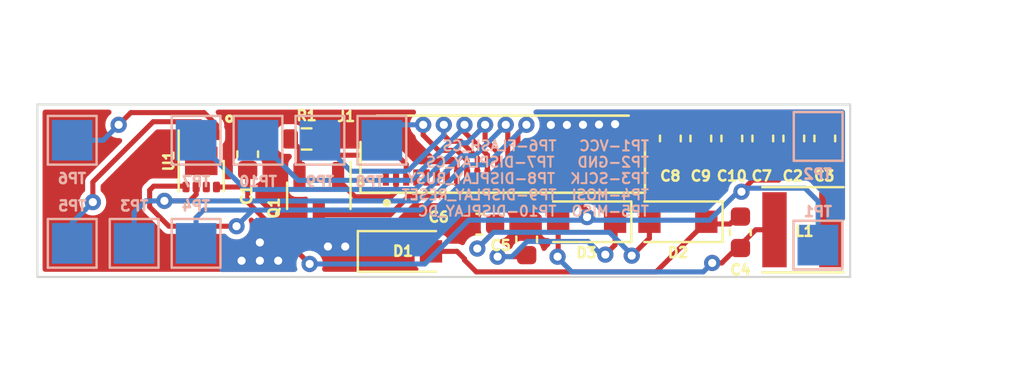
<source format=kicad_pcb>
(kicad_pcb (version 20211014) (generator pcbnew)
  (title_block (title "Inscryption Card PCB") (date "2022-01-17") (rev "1.0"))
  (layers (0 "F.Cu" signal) (31 "B.Cu" signal) (34 "B.Paste" user) (35 "F.Paste" user) (36 "B.SilkS" user "B.Silkscreen") (37 "F.SilkS" user "F.Silkscreen") (38 "B.Mask" user) (39 "F.Mask" user) (44 "Edge.Cuts" user))
  (net 0 "")
  (net 1 "VCC")
  (net 2 "GND")
  (net 3 "SCK")
  (net 4 "MOSI")
  (net 5 "MISO")
  (net 6 "Flash_CS")
  (net 7 "Display_CS")
  (net 8 "Disp_Busy")
  (net 9 "Disp_Reset")
  (net 10 "Disp_DC")
  (net 11 "Net-(J1-Pad3)")
  (net 12 "Net-(D3-Pad2)")
  (net 13 "Net-(J1-Pad2)")
  (net 16 "Net-(C4-Pad2)")
  (net 17 "Net-(C6-Pad1)")
  (net 18 "VGH")
  (net 24 "Net-(C8-Pad2)")
  (net 26 "Net-(C9-Pad2)")
  (net 27 "Net-(C10-Pad2)")
  (net 28 "Net-(C7-Pad1)")
  (footprint "Capacitor_SMD:C_0603_1608Metric" (layer "F.Cu") (at 140.1 94.800001 180)
    (fp_text reference "C6" (at 2 0.35 180) (layer "F.SilkS") (effects (font (size 0.5 0.5) (thickness 0.125))))
    (fp_text value "1uF/25V")
    (fp_line (start -0.14058 0.51) (end 0.14058 0.51) (layer "F.SilkS") (width 0.12))
    (fp_line (start -0.14058 -0.51) (end 0.14058 -0.51) (layer "F.SilkS") (width 0.12))
    (pad "1" smd roundrect locked (at -0.775 0 180) (size 0.9 0.95) (layers "F.Cu" "F.Paste" "F.Mask") (net 17 "Net-(C6-Pad1)"))
    (pad "2" smd roundrect locked (at 0.775 0 180) (size 0.9 0.95) (layers "F.Cu" "F.Paste" "F.Mask") (net 2 "GND"))
  )
  (footprint "Package_SON:SON-8-1EP_3x2mm_P0.5mm_EP1.4x1.6mm" (layer "F.Cu") (at 126.414 91.680001 -90)
    (fp_text reference "U1" (at 0 1.6 90) (layer "F.SilkS") (effects (font (size 0.5 0.5) (thickness 0.125))))
    (fp_text value "MX25U8035FZUI")
    (fp_line (start 0 -1.11) (end 1.5 -1.11) (layer "F.SilkS") (width 0.12))
    (fp_line (start -1.5 1.11) (end 1.5 1.11) (layer "F.SilkS") (width 0.12))
    (pad "1" smd roundrect locked (at -1.2875 -0.75 270) (size 0.525 0.35) (layers "F.Cu" "F.Paste" "F.Mask") (net 6 "Flash_CS"))
    (pad "2" smd roundrect locked (at -1.2875 -0.25 270) (size 0.525 0.35) (layers "F.Cu" "F.Paste" "F.Mask") (net 5 "MISO"))
    (pad "3" smd roundrect locked (at -1.2875 0.25 270) (size 0.525 0.35) (layers "F.Cu" "F.Paste" "F.Mask"))
    (pad "4" smd roundrect locked (at -1.2875 0.75 270) (size 0.525 0.35) (layers "F.Cu" "F.Paste" "F.Mask") (net 2 "GND"))
    (pad "5" smd roundrect locked (at 1.2875 0.75 270) (size 0.525 0.35) (layers "F.Cu" "F.Paste" "F.Mask") (net 4 "MOSI"))
    (pad "6" smd roundrect locked (at 1.2875 0.25 270) (size 0.525 0.35) (layers "F.Cu" "F.Paste" "F.Mask") (net 3 "SCK"))
    (pad "7" smd roundrect locked (at 1.2875 -0.25 270) (size 0.525 0.35) (layers "F.Cu" "F.Paste" "F.Mask"))
    (pad "8" smd roundrect locked (at 1.2875 -0.75 270) (size 0.525 0.35) (layers "F.Cu" "F.Paste" "F.Mask") (net 1 "VCC"))
    (pad "9" smd rect locked (at 0 0 270) (size 1.4 1.6) (layers "F.Cu" "F.Mask"))
  )
  (footprint "Capacitor_SMD:C_0603_1608Metric" (layer "F.Cu") (at 157.1 90.575001 90)
    (fp_text reference "C3" (at -1.85 -0.025 180) (layer "F.SilkS") (effects (font (size 0.5 0.5) (thickness 0.125))))
    (fp_text value "1uF/25V")
    (fp_line (start -0.14058 0.51) (end 0.14058 0.51) (layer "F.SilkS") (width 0.12))
    (fp_line (start -0.14058 -0.51) (end 0.14058 -0.51) (layer "F.SilkS") (width 0.12))
    (pad "1" smd roundrect locked (at -0.775 0 90) (size 0.9 0.95) (layers "F.Cu" "F.Paste" "F.Mask") (net 1 "VCC"))
    (pad "2" smd roundrect locked (at 0.775 0 90) (size 0.9 0.95) (layers "F.Cu" "F.Paste" "F.Mask") (net 2 "GND"))
  )
  (footprint "Capacitor_SMD:C_0603_1608Metric" (layer "F.Cu") (at 155.575 90.575001 -90)
    (fp_text reference "C2" (at 1.85 0.05 180) (layer "F.SilkS") (effects (font (size 0.5 0.5) (thickness 0.125))))
    (fp_text value "0.1uF/25V")
    (fp_line (start -0.14058 -0.51) (end 0.14058 -0.51) (layer "F.SilkS") (width 0.12))
    (fp_line (start -0.14058 0.51) (end 0.14058 0.51) (layer "F.SilkS") (width 0.12))
    (pad "1" smd roundrect locked (at -0.775 0 270) (size 0.9 0.95) (layers "F.Cu" "F.Paste" "F.Mask") (net 2 "GND"))
    (pad "2" smd roundrect locked (at 0.775 0 270) (size 0.9 0.95) (layers "F.Cu" "F.Paste" "F.Mask") (net 1 "VCC"))
  )
  (footprint "Capacitor_SMD:C_0603_1608Metric" (layer "F.Cu") (at 142.43 95.55 90)
    (fp_text reference "C5" (at -0.3 -1.28 180) (layer "F.SilkS") (effects (font (size 0.5 0.5) (thickness 0.125))))
    (fp_text value "1uF/25V")
    (fp_line (start -0.14058 -0.51) (end 0.14058 -0.51) (layer "F.SilkS") (width 0.12))
    (fp_line (start -0.14058 0.51) (end 0.14058 0.51) (layer "F.SilkS") (width 0.12))
    (pad "1" smd roundrect locked (at -0.775 0 90) (size 0.9 0.95) (layers "F.Cu" "F.Paste" "F.Mask") (net 18 "VGH"))
    (pad "2" smd roundrect locked (at 0.775 0 90) (size 0.9 0.95) (layers "F.Cu" "F.Paste" "F.Mask") (net 2 "GND"))
  )
  (footprint "Diode_SMD:D_SOD-123F" (layer "F.Cu") (at 145.38 94.680001 180)
    (fp_text reference "D3" (at 0.01 -1.53) (layer "F.SilkS") (effects (font (size 0.5 0.5) (thickness 0.125))))
    (fp_text value "D_Schottky")
    (fp_line (start -2.2 1) (end 1.65 1) (layer "F.SilkS") (width 0.12))
    (fp_line (start -2.2 -1) (end -2.2 1) (layer "F.SilkS") (width 0.12))
    (fp_line (start -2.2 -1) (end 1.65 -1) (layer "F.SilkS") (width 0.12))
    (pad "1" smd rect locked (at -1.4 0 180) (size 1.1 1.1) (layers "F.Cu" "F.Paste" "F.Mask") (net 18 "VGH"))
    (pad "2" smd rect locked (at 1.4 0 180) (size 1.1 1.1) (layers "F.Cu" "F.Paste" "F.Mask") (net 12 "Net-(D3-Pad2)"))
  )
  (footprint "Capacitor_SMD:C_0603_1608Metric" (layer "F.Cu") (at 152.525 90.575001 -90)
    (fp_text reference "C10" (at 1.85 0 180) (layer "F.SilkS") (effects (font (size 0.5 0.5) (thickness 0.125))))
    (fp_text value "1uF/25V")
    (fp_line (start -0.14058 -0.51) (end 0.14058 -0.51) (layer "F.SilkS") (width 0.12))
    (fp_line (start -0.14058 0.51) (end 0.14058 0.51) (layer "F.SilkS") (width 0.12))
    (pad "1" smd roundrect locked (at -0.775 0 270) (size 0.9 0.95) (layers "F.Cu" "F.Paste" "F.Mask") (net 2 "GND"))
    (pad "2" smd roundrect locked (at 0.775 0 270) (size 0.9 0.95) (layers "F.Cu" "F.Paste" "F.Mask") (net 27 "Net-(C10-Pad2)"))
  )
  (footprint "Capacitor_SMD:C_0603_1608Metric" (layer "F.Cu") (at 151 90.575001 -90)
    (fp_text reference "C9" (at 1.85 0 180) (layer "F.SilkS") (effects (font (size 0.5 0.5) (thickness 0.125))))
    (fp_text value "1uF/25V")
    (fp_line (start -0.14058 -0.51) (end 0.14058 -0.51) (layer "F.SilkS") (width 0.12))
    (fp_line (start -0.14058 0.51) (end 0.14058 0.51) (layer "F.SilkS") (width 0.12))
    (pad "1" smd roundrect locked (at -0.775 0 270) (size 0.9 0.95) (layers "F.Cu" "F.Paste" "F.Mask") (net 2 "GND"))
    (pad "2" smd roundrect locked (at 0.775 0 270) (size 0.9 0.95) (layers "F.Cu" "F.Paste" "F.Mask") (net 26 "Net-(C9-Pad2)"))
  )
  (footprint "Created_Parts:FH34SRJ_24S" (layer "F.Cu") (at 141.25 91.350001 180)
    (fp_text reference "J1" (at 7.7 1.86) (layer "F.SilkS") (effects (font (size 0.5 0.5) (thickness 0.125))))
    (fp_text value "FH34SRJ-24S-0.5SH(99)")
    (fp_line (start -7 -1.9) (end 7 -1.9) (layer "F.SilkS") (width 0.127))
    (fp_line (start 7 -1.9) (end 7 0.6) (layer "F.SilkS") (width 0.127))
    (fp_line (start -7 0.6) (end -7 -1.9) (layer "F.SilkS") (width 0.127))
    (fp_line (start -6.2 1.9) (end 6.2 1.9) (layer "F.SilkS") (width 0.127))
    (fp_circle (center 5.7 -2.4) (end 5.8 -2.4) (layer "F.SilkS") (width 0.2) (fill none))
    (pad "1" smd rect (at 5.75 -1.15 180) (size 0.3 0.8) (layers "F.Cu" "F.Mask"))
    (pad "2" smd rect (at 5.25 -1.15 180) (size 0.3 0.8) (layers "F.Cu" "F.Mask") (net 13 "Net-(J1-Pad2)"))
    (pad "3" smd rect (at 4.75 -1.15 180) (size 0.3 0.8) (layers "F.Cu" "F.Mask") (net 11 "Net-(J1-Pad3)"))
    (pad "4" smd rect (at 4.25 -1.15 180) (size 0.3 0.8) (layers "F.Cu" "F.Mask"))
    (pad "5" smd rect (at 3.75 -1.15 180) (size 0.3 0.8) (layers "F.Cu" "F.Mask"))
    (pad "6" smd rect (at 3.25 -1.15 180) (size 0.3 0.8) (layers "F.Cu" "F.Mask"))
    (pad "7" smd rect (at 2.75 -1.15 180) (size 0.3 0.8) (layers "F.Cu" "F.Mask"))
    (pad "8" smd rect (at 2.25 -1.15 180) (size 0.3 0.8) (layers "F.Cu" "F.Mask") (net 2 "GND"))
    (pad "9" smd rect (at 1.75 -1.15 180) (size 0.3 0.8) (layers "F.Cu" "F.Mask") (net 8 "Disp_Busy"))
    (pad "10" smd rect (at 1.25 -1.15 180) (size 0.3 0.8) (layers "F.Cu" "F.Mask") (net 9 "Disp_Reset"))
    (pad "11" smd rect (at 0.75 -1.15 180) (size 0.3 0.8) (layers "F.Cu" "F.Mask") (net 10 "Disp_DC"))
    (pad "12" smd rect (at 0.25 -1.15 180) (size 0.3 0.8) (layers "F.Cu" "F.Mask") (net 7 "Display_CS"))
    (pad "13" smd rect (at -0.25 -1.15 180) (size 0.3 0.8) (layers "F.Cu" "F.Mask") (net 3 "SCK"))
    (pad "14" smd rect (at -0.75 -1.15 180) (size 0.3 0.8) (layers "F.Cu" "F.Mask") (net 4 "MOSI"))
    (pad "15" smd rect (at -1.25 -1.15 180) (size 0.3 0.8) (layers "F.Cu" "F.Mask") (net 1 "VCC"))
    (pad "16" smd rect (at -1.75 -1.15 180) (size 0.3 0.8) (layers "F.Cu" "F.Mask") (net 1 "VCC"))
    (pad "17" smd rect (at -2.25 -1.15 180) (size 0.3 0.8) (layers "F.Cu" "F.Mask") (net 2 "GND"))
    (pad "18" smd rect (at -2.75 -1.15 180) (size 0.3 0.8) (layers "F.Cu" "F.Mask") (net 24 "Net-(C8-Pad2)"))
    (pad "19" smd rect (at -3.25 -1.15 180) (size 0.3 0.8) (layers "F.Cu" "F.Mask"))
    (pad "20" smd rect (at -3.75 -1.15 180) (size 0.3 0.8) (layers "F.Cu" "F.Mask") (net 26 "Net-(C9-Pad2)"))
    (pad "21" smd rect (at -4.25 -1.15 180) (size 0.3 0.8) (layers "F.Cu" "F.Mask") (net 18 "VGH"))
    (pad "22" smd rect (at -4.75 -1.15 180) (size 0.3 0.8) (layers "F.Cu" "F.Mask") (net 27 "Net-(C10-Pad2)"))
    (pad "23" smd rect (at -5.25 -1.15 180) (size 0.3 0.8) (layers "F.Cu" "F.Mask") (net 17 "Net-(C6-Pad1)"))
    (pad "24" smd rect (at -5.75 -1.15 180) (size 0.3 0.8) (layers "F.Cu" "F.Mask") (net 28 "Net-(C7-Pad1)"))
    (pad "S1" smd rect (at -6.75 1.35 180) (size 0.4 0.8) (layers "F.Cu" "F.Paste" "F.Mask") (net 2 "GND"))
    (pad "S2" smd rect (at 6.75 1.35 180) (size 0.4 0.8) (layers "F.Cu" "F.Paste" "F.Mask") (net 2 "GND"))
  )
  (footprint "Package_TO_SOT_SMD:SOT-23" (layer "F.Cu") (at 132.2 93.400001 -90)
    (fp_text reference "Q1" (at 0.6 2.2 90) (layer "F.SilkS") (effects (font (size 0.5 0.5) (thickness 0.125))))
    (fp_text value "TSM2306CX RFG")
    (fp_line (start 0 -1.56) (end 0.65 -1.56) (layer "F.SilkS") (width 0.12))
    (fp_line (start 0 -1.56) (end -1.675 -1.56) (layer "F.SilkS") (width 0.12))
    (fp_line (start 0 1.56) (end -0.65 1.56) (layer "F.SilkS") (width 0.12))
    (fp_line (start 0 1.56) (end 0.65 1.56) (layer "F.SilkS") (width 0.12))
    (pad "1" smd roundrect locked (at -0.9375 -0.95 270) (size 1.475 0.6) (layers "F.Cu" "F.Paste" "F.Mask") (net 13 "Net-(J1-Pad2)"))
    (pad "2" smd roundrect locked (at -0.9375 0.95 270) (size 1.475 0.6) (layers "F.Cu" "F.Paste" "F.Mask") (net 11 "Net-(J1-Pad3)"))
    (pad "3" smd roundrect locked (at 0.9375 0 270) (size 1.475 0.6) (layers "F.Cu" "F.Paste" "F.Mask") (net 12 "Net-(D3-Pad2)"))
  )
  (footprint "Diode_SMD:D_SOD-123F" (layer "F.Cu") (at 149.87 94.680001 180)
    (fp_text reference "D2" (at -0.0075 -1.519999 180) (layer "F.SilkS") (effects (font (size 0.5 0.5) (thickness 0.125))))
    (fp_text value "D_Schottky")
    (fp_line (start -2.2 -1) (end -2.2 1) (layer "F.SilkS") (width 0.12))
    (fp_line (start -2.2 -1) (end 1.65 -1) (layer "F.SilkS") (width 0.12))
    (fp_line (start -2.2 1) (end 1.65 1) (layer "F.SilkS") (width 0.12))
    (pad "1" smd rect locked (at -1.4 0 180) (size 1.1 1.1) (layers "F.Cu" "F.Paste" "F.Mask") (net 16 "Net-(C4-Pad2)"))
    (pad "2" smd rect locked (at 1.4 0 180) (size 1.1 1.1) (layers "F.Cu" "F.Paste" "F.Mask") (net 17 "Net-(C6-Pad1)"))
  )
  (footprint "Capacitor_SMD:C_0603_1608Metric" (layer "F.Cu") (at 154.05 90.575001 90)
    (fp_text reference "C7" (at -1.85 -0.05 180) (layer "F.SilkS") (effects (font (size 0.5 0.5) (thickness 0.125))))
    (fp_text value "1uF/25V")
    (fp_line (start -0.14058 -0.51) (end 0.14058 -0.51) (layer "F.SilkS") (width 0.12))
    (fp_line (start -0.14058 0.51) (end 0.14058 0.51) (layer "F.SilkS") (width 0.12))
    (pad "1" smd roundrect locked (at -0.775 0 90) (size 0.9 0.95) (layers "F.Cu" "F.Paste" "F.Mask") (net 28 "Net-(C7-Pad1)"))
    (pad "2" smd roundrect locked (at 0.775 0 90) (size 0.9 0.95) (layers "F.Cu" "F.Paste" "F.Mask") (net 2 "GND"))
  )
  (footprint "Resistor_SMD:R_0603_1608Metric" (layer "F.Cu") (at 131.6 90.600001)
    (fp_text reference "R1" (at 0 -1.15) (layer "F.SilkS") (effects (font (size 0.5 0.5) (thickness 0.125))))
    (fp_text value "0.47R")
    (fp_line (start -0.237258 -0.5225) (end 0.237258 -0.5225) (layer "F.SilkS") (width 0.12))
    (fp_line (start -0.237258 0.5225) (end 0.237258 0.5225) (layer "F.SilkS") (width 0.12))
    (pad "1" smd roundrect locked (at -0.825 0) (size 0.8 0.95) (layers "F.Cu" "F.Paste" "F.Mask") (net 11 "Net-(J1-Pad3)"))
    (pad "2" smd roundrect locked (at 0.825 0) (size 0.8 0.95) (layers "F.Cu" "F.Paste" "F.Mask") (net 2 "GND"))
  )
  (footprint "Capacitor_SMD:C_0603_1608Metric" (layer "F.Cu") (at 152.95 95.2 90)
    (fp_text reference "C4" (at -1.85 0) (layer "F.SilkS") (effects (font (size 0.5 0.5) (thickness 0.125))))
    (fp_text value "4.7uF/25V")
    (fp_line (start -0.14058 -0.51) (end 0.14058 -0.51) (layer "F.SilkS") (width 0.12))
    (fp_line (start -0.14058 0.51) (end 0.14058 0.51) (layer "F.SilkS") (width 0.12))
    (pad "1" smd roundrect locked (at -0.775 0 90) (size 0.9 0.95) (layers "F.Cu" "F.Paste" "F.Mask") (net 12 "Net-(D3-Pad2)"))
    (pad "2" smd roundrect locked (at 0.775 0 90) (size 0.9 0.95) (layers "F.Cu" "F.Paste" "F.Mask") (net 16 "Net-(C4-Pad2)"))
  )
  (footprint "Capacitor_SMD:C_0603_1608Metric" (layer "F.Cu") (at 128.7 91.350001 -90)
    (fp_text reference "C1" (at 2 0.05 90) (layer "F.SilkS") (effects (font (size 0.5 0.5) (thickness 0.125))))
    (fp_text value "1uF/25V")
    (fp_line (start -0.14058 -0.51) (end 0.14058 -0.51) (layer "F.SilkS") (width 0.12))
    (fp_line (start -0.14058 0.51) (end 0.14058 0.51) (layer "F.SilkS") (width 0.12))
    (pad "1" smd roundrect locked (at -0.775 0 270) (size 0.9 0.95) (layers "F.Cu" "F.Paste" "F.Mask") (net 2 "GND"))
    (pad "2" smd roundrect locked (at 0.775 0 270) (size 0.9 0.95) (layers "F.Cu" "F.Paste" "F.Mask") (net 1 "VCC"))
  )
  (footprint "Capacitor_SMD:C_0603_1608Metric" (layer "F.Cu") (at 149.5 90.575001 -90)
    (fp_text reference "C8" (at 1.85 0 180) (layer "F.SilkS") (effects (font (size 0.5 0.5) (thickness 0.125))))
    (fp_text value "1uF/25V")
    (fp_line (start -0.14058 -0.51) (end 0.14058 -0.51) (layer "F.SilkS") (width 0.12))
    (fp_line (start -0.14058 0.51) (end 0.14058 0.51) (layer "F.SilkS") (width 0.12))
    (pad "1" smd roundrect locked (at -0.775 0 270) (size 0.9 0.95) (layers "F.Cu" "F.Paste" "F.Mask") (net 2 "GND"))
    (pad "2" smd roundrect locked (at 0.775 0 270) (size 0.9 0.95) (layers "F.Cu" "F.Paste" "F.Mask") (net 24 "Net-(C8-Pad2)"))
  )
  (footprint "Diode_SMD:D_SOD-123F" (layer "F.Cu") (at 136.32 96.140001)
    (fp_text reference "D1" (at 0.025 -0.01) (layer "F.SilkS") (effects (font (size 0.5 0.5) (thickness 0.125))))
    (fp_text value "D_Schottky")
    (fp_line (start -2.2 -1) (end -2.2 1) (layer "F.SilkS") (width 0.12))
    (fp_line (start -2.2 1) (end 1.65 1) (layer "F.SilkS") (width 0.12))
    (fp_line (start -2.2 -1) (end 1.65 -1) (layer "F.SilkS") (width 0.12))
    (pad "1" smd rect locked (at -1.4 0) (size 1.1 1.1) (layers "F.Cu" "F.Paste" "F.Mask") (net 2 "GND"))
    (pad "2" smd rect locked (at 1.4 0) (size 1.1 1.1) (layers "F.Cu" "F.Paste" "F.Mask") (net 16 "Net-(C4-Pad2)"))
  )
  (footprint "Inductor_SMD:L_Taiyo-Yuden_MD-4040" (layer "F.Cu") (at 156.025 95.075001 180)
    (fp_text reference "L1" (at -0.075 -0.074999) (layer "F.SilkS") (effects (font (size 0.5 0.5) (thickness 0.125))))
    (fp_text value "10uH/0.8A")
    (fp_line (start -2 2.1) (end 2 2.1) (layer "F.SilkS") (width 0.12))
    (fp_line (start -2 -2.1) (end 2 -2.1) (layer "F.SilkS") (width 0.12))
    (pad "1" smd rect locked (at -1.4 0 180) (size 1.2 3.7) (layers "F.Cu" "F.Paste" "F.Mask") (net 1 "VCC"))
    (pad "2" smd rect locked (at 1.4 0 180) (size 1.2 3.7) (layers "F.Cu" "F.Paste" "F.Mask") (net 12 "Net-(D3-Pad2)"))
  )
  (footprint "TestPoint:TestPoint_Pad_2.0x2.0mm" (layer "B.Cu") (at 126.16 90.664001 180)
    (fp_text reference "TP7" (at 0 -2.032) (layer "B.SilkS") (effects (font (size 0.5 0.5) (thickness 0.125)) (justify mirror)))
    (fp_text value "TestPoint")
    (fp_line (start -1.2 1.2) (end 1.2 1.2) (layer "B.SilkS") (width 0.12))
    (fp_line (start 1.2 1.2) (end 1.2 -1.2) (layer "B.SilkS") (width 0.12))
    (fp_line (start 1.2 -1.2) (end -1.2 -1.2) (layer "B.SilkS") (width 0.12))
    (fp_line (start -1.2 -1.2) (end -1.2 1.2) (layer "B.SilkS") (width 0.12))
    (pad "1" smd rect locked (at 0 0 180) (size 2 2) (layers "B.Cu" "B.Mask") (net 7 "Display_CS"))
  )
  (footprint "TestPoint:TestPoint_Pad_2.0x2.0mm" (layer "B.Cu") (at 129.208 90.664001 180)
    (fp_text reference "TP10" (at 0 -2.032) (layer "B.SilkS") (effects (font (size 0.5 0.5) (thickness 0.125)) (justify mirror)))
    (fp_text value "TestPoint")
    (fp_line (start -1.2 -1.2) (end -1.2 1.2) (layer "B.SilkS") (width 0.12))
    (fp_line (start 1.2 1.2) (end 1.2 -1.2) (layer "B.SilkS") (width 0.12))
    (fp_line (start 1.2 -1.2) (end -1.2 -1.2) (layer "B.SilkS") (width 0.12))
    (fp_line (start -1.2 1.2) (end 1.2 1.2) (layer "B.SilkS") (width 0.12))
    (pad "1" smd rect locked (at 0 0 180) (size 2 2) (layers "B.Cu" "B.Mask") (net 10 "Disp_DC"))
  )
  (footprint "TestPoint:TestPoint_Pad_2.0x2.0mm" (layer "B.Cu") (at 123.112 95.744001 180)
    (fp_text reference "TP3" (at 0 1.844001) (layer "B.SilkS") (effects (font (size 0.5 0.5) (thickness 0.125)) (justify mirror)))
    (fp_text value "TestPoint")
    (fp_line (start 1.2 1.2) (end 1.2 -1.2) (layer "B.SilkS") (width 0.12))
    (fp_line (start -1.2 1.2) (end 1.2 1.2) (layer "B.SilkS") (width 0.12))
    (fp_line (start 1.2 -1.2) (end -1.2 -1.2) (layer "B.SilkS") (width 0.12))
    (fp_line (start -1.2 -1.2) (end -1.2 1.2) (layer "B.SilkS") (width 0.12))
    (pad "1" smd rect locked (at 0 0 180) (size 2 2) (layers "B.Cu" "B.Mask") (net 3 "SCK"))
  )
  (footprint "TestPoint:TestPoint_Pad_2.0x2.0mm" (layer "B.Cu") (at 126.16 95.744001 180)
    (fp_text reference "TP4" (at 0.01 1.844001) (layer "B.SilkS") (effects (font (size 0.5 0.5) (thickness 0.125)) (justify mirror)))
    (fp_text value "TestPoint")
    (fp_line (start 1.2 -1.2) (end -1.2 -1.2) (layer "B.SilkS") (width 0.12))
    (fp_line (start -1.2 -1.2) (end -1.2 1.2) (layer "B.SilkS") (width 0.12))
    (fp_line (start -1.2 1.2) (end 1.2 1.2) (layer "B.SilkS") (width 0.12))
    (fp_line (start 1.2 1.2) (end 1.2 -1.2) (layer "B.SilkS") (width 0.12))
    (pad "1" smd rect locked (at 0 0 180) (size 2 2) (layers "B.Cu" "B.Mask") (net 4 "MOSI"))
  )
  (footprint "TestPoint:TestPoint_Pad_2.0x2.0mm" (layer "B.Cu") (at 156.775 90.475001 180)
    (fp_text reference "TP2" (at 0.035 -1.855 180) (layer "B.SilkS") (effects (font (size 0.5 0.5) (thickness 0.125)) (justify mirror)))
    (fp_text value "TestPoint")
    (fp_line (start -1.2 -1.2) (end -1.2 1.2) (layer "B.SilkS") (width 0.12))
    (fp_line (start 1.2 -1.2) (end -1.2 -1.2) (layer "B.SilkS") (width 0.12))
    (fp_line (start -1.2 1.2) (end 1.2 1.2) (layer "B.SilkS") (width 0.12))
    (fp_line (start 1.2 1.2) (end 1.2 -1.2) (layer "B.SilkS") (width 0.12))
    (pad "1" smd rect locked (at 0 0 180) (size 2 2) (layers "B.Cu" "B.Mask") (net 2 "GND"))
  )
  (footprint "TestPoint:TestPoint_Pad_2.0x2.0mm" (layer "B.Cu") (at 135.304 90.664001 180)
    (fp_text reference "TP8" (at 0.604 -2.036) (layer "B.SilkS") (effects (font (size 0.5 0.5) (thickness 0.125)) (justify mirror)))
    (fp_text value "TestPoint")
    (fp_line (start 1.2 1.2) (end 1.2 -1.2) (layer "B.SilkS") (width 0.12))
    (fp_line (start -1.2 -1.2) (end -1.2 1.2) (layer "B.SilkS") (width 0.12))
    (fp_line (start -1.2 1.2) (end 1.2 1.2) (layer "B.SilkS") (width 0.12))
    (fp_line (start 1.2 -1.2) (end -1.2 -1.2) (layer "B.SilkS") (width 0.12))
    (pad "1" smd rect locked (at 0 0 180) (size 2 2) (layers "B.Cu" "B.Mask") (net 8 "Disp_Busy"))
  )
  (footprint "TestPoint:TestPoint_Pad_2.0x2.0mm" (layer "B.Cu") (at 132.256 90.664001 180)
    (fp_text reference "TP9" (at 0 -2.032) (layer "B.SilkS") (effects (font (size 0.5 0.5) (thickness 0.125)) (justify mirror)))
    (fp_text value "TestPoint")
    (fp_line (start -1.2 -1.2) (end -1.2 1.2) (layer "B.SilkS") (width 0.12))
    (fp_line (start 1.2 -1.2) (end -1.2 -1.2) (layer "B.SilkS") (width 0.12))
    (fp_line (start -1.2 1.2) (end 1.2 1.2) (layer "B.SilkS") (width 0.12))
    (fp_line (start 1.2 1.2) (end 1.2 -1.2) (layer "B.SilkS") (width 0.12))
    (pad "1" smd rect locked (at 0 0 180) (size 2 2) (layers "B.Cu" "B.Mask") (net 9 "Disp_Reset"))
  )
  (footprint "TestPoint:TestPoint_Pad_2.0x2.0mm" (layer "B.Cu") (at 120.064 90.664001 180)
    (fp_text reference "TP6" (at 0.014 -1.885999) (layer "B.SilkS") (effects (font (size 0.5 0.5) (thickness 0.125)) (justify mirror)))
    (fp_text value "TestPoint")
    (fp_line (start 1.2 -1.2) (end -1.2 -1.2) (layer "B.SilkS") (width 0.12))
    (fp_line (start -1.2 -1.2) (end -1.2 1.2) (layer "B.SilkS") (width 0.12))
    (fp_line (start -1.2 1.2) (end 1.2 1.2) (layer "B.SilkS") (width 0.12))
    (fp_line (start 1.2 1.2) (end 1.2 -1.2) (layer "B.SilkS") (width 0.12))
    (pad "1" smd rect locked (at 0 0 180) (size 2 2) (layers "B.Cu" "B.Mask") (net 6 "Flash_CS"))
  )
  (footprint "TestPoint:TestPoint_Pad_2.0x2.0mm" (layer "B.Cu") (at 156.76 95.830001 180)
    (fp_text reference "TP1" (at 0 1.65) (layer "B.SilkS") (effects (font (size 0.5 0.5) (thickness 0.125)) (justify mirror)))
    (fp_text value "TestPoint")
    (fp_line (start 1.2 1.2) (end 1.2 -1.2) (layer "B.SilkS") (width 0.12))
    (fp_line (start -1.2 1.2) (end 1.2 1.2) (layer "B.SilkS") (width 0.12))
    (fp_line (start 1.2 -1.2) (end -1.2 -1.2) (layer "B.SilkS") (width 0.12))
    (fp_line (start -1.2 -1.2) (end -1.2 1.2) (layer "B.SilkS") (width 0.12))
    (pad "1" smd rect locked (at 0 0 180) (size 2 2) (layers "B.Cu" "B.Mask") (net 1 "VCC"))
  )
  (footprint "TestPoint:TestPoint_Pad_2.0x2.0mm" (layer "B.Cu") (at 120.064 95.744001 180)
    (fp_text reference "TP5" (at 0 1.844001) (layer "B.SilkS") (effects (font (size 0.5 0.5) (thickness 0.125)) (justify mirror)))
    (fp_text value "TestPoint")
    (fp_line (start 1.2 -1.2) (end -1.2 -1.2) (layer "B.SilkS") (width 0.12))
    (fp_line (start 1.2 1.2) (end 1.2 -1.2) (layer "B.SilkS") (width 0.12))
    (fp_line (start -1.2 -1.2) (end -1.2 1.2) (layer "B.SilkS") (width 0.12))
    (fp_line (start -1.2 1.2) (end 1.2 1.2) (layer "B.SilkS") (width 0.12))
    (pad "1" smd rect locked (at 0 0 180) (size 2 2) (layers "B.Cu" "B.Mask") (net 5 "MISO"))
  )
  (gr_circle (center 127.8 89.600001) (end 127.9 89.500001) (layer "F.SilkS") (width 0.15) (fill none))
  (gr_line (start 158.35 88.900001) (end 158.35 97.400001) (layer "Edge.Cuts") (width 0.1))
  (gr_line (start 118.35 88.900001) (end 158.35 88.900001) (layer "Edge.Cuts") (width 0.1))
  (gr_line (start 118.35 97.400001) (end 118.35 88.900001) (layer "Edge.Cuts") (width 0.1))
  (gr_line (start 158.35 97.400001) (end 118.35 97.400001) (layer "Edge.Cuts") (width 0.1))
  (gr_text "TP1-VCC   TP6-FLASH_CS\nTP2-GND   TP7-DISPLAY_CS\nTP3-SCLK  TP8-DISPLAY_BUSY\nTP4-MOSI  TP9-DISPLAY_RESET\nTP5-MISO  TP10-DISPLAY_DC" (at 148.5 92.550001) (layer "B.SilkS") (effects (font (size 0.5 0.5) (thickness 0.1)) (justify left mirror)))
  (segment (start 143 93.199023) (end 143.199023 93.199023) (width 0.25) (layer "F.Cu") (net 1))
  (segment (start 128.7 93.712001) (end 131.748 96.760001) (width 0.25) (layer "F.Cu") (net 1))
  (segment (start 153.15 93.025001) (end 153.55 92.625001) (width 0.25) (layer "F.Cu") (net 1))
  (segment (start 157.1 91.350001) (end 157.425 91.675001) (width 0.25) (layer "F.Cu") (net 1))
  (segment (start 155.575 91.350001) (end 157.1 91.350001) (width 0.25) (layer "F.Cu") (net 1))
  (segment (start 157.425 91.675001) (end 157.425 95.075001) (width 0.25) (layer "F.Cu") (net 1))
  (segment (start 155.575 91.350001) (end 155.575 91.875001) (width 0.25) (layer "F.Cu") (net 1))
  (segment (start 144.85 93.6) (end 145.4 94.15) (width 0.25) (layer "F.Cu") (net 1))
  (segment (start 128.7 92.125001) (end 128.7 93.150001) (width 0.25) (layer "F.Cu") (net 1))
  (segment (start 128.7 93.150001) (end 128.7 93.712001) (width 0.25) (layer "F.Cu") (net 1))
  (segment (start 127.164 92.967501) (end 128.5175 92.967501) (width 0.25) (layer "F.Cu") (net 1))
  (segment (start 155.575 91.875001) (end 154.825 92.625001) (width 0.25) (layer "F.Cu") (net 1))
  (segment (start 143 92.500001) (end 143 93.199023) (width 0.25) (layer "F.Cu") (net 1))
  (segment (start 143.199023 93.199023) (end 143.6 93.6) (width 0.25) (layer "F.Cu") (net 1))
  (segment (start 142.5 92.500001) (end 143 92.500001) (width 0.25) (layer "F.Cu") (net 1))
  (segment (start 154.825 92.625001) (end 153.55 92.625001) (width 0.25) (layer "F.Cu") (net 1))
  (segment (start 145.4 94.15) (end 145.4 94.45) (width 0.25) (layer "F.Cu") (net 1))
  (segment (start 143.6 93.6) (end 144.85 93.6) (width 0.25) (layer "F.Cu") (net 1))
  (segment (start 128.5175 92.967501) (end 128.7 93.150001) (width 0.25) (layer "F.Cu") (net 1))
  (via (at 145.4 94.45) (size 0.8) (drill 0.4) (layers "F.Cu" "B.Cu") (net 1))
  (via (at 153 93.2) (size 0.8) (drill 0.4) (layers "F.Cu" "B.Cu") (net 1))
  (via (at 131.748 96.760001) (size 0.8) (drill 0.4) (layers "F.Cu" "B.Cu") (net 1))
  (segment (start 145.249039 94.600961) (end 145.4 94.45) (width 0.25) (layer "B.Cu") (net 1))
  (segment (start 145.4 94.45) (end 145.550961 94.600961) (width 0.25) (layer "B.Cu") (net 1))
  (segment (start 137.415386 96.760001) (end 139.574426 94.600961) (width 0.25) (layer "B.Cu") (net 1))
  (segment (start 139.574426 94.600961) (end 145.249039 94.600961) (width 0.25) (layer "B.Cu") (net 1))
  (segment (start 156.775 93.675001) (end 156.775 95.825001) (width 0.25) (layer "B.Cu") (net 1))
  (segment (start 131.748 96.760001) (end 137.415386 96.760001) (width 0.25) (layer "B.Cu") (net 1))
  (segment (start 153.15 93.025001) (end 156.125 93.025001) (width 0.25) (layer "B.Cu") (net 1))
  (segment (start 145.550961 94.600961) (end 151.43304 94.600961) (width 0.25) (layer "B.Cu") (net 1))
  (segment (start 151.43304 94.600961) (end 153.084 92.950001) (width 0.25) (layer "B.Cu") (net 1))
  (segment (start 156.125 93.025001) (end 156.775 93.675001) (width 0.25) (layer "B.Cu") (net 1))
  (segment (start 143.5 90.030001) (end 143.5 92.500001) (width 0.25) (layer "F.Cu") (net 2))
  (segment (start 143.62 89.910001) (end 143.5 90.030001) (width 0.25) (layer "F.Cu") (net 2))
  (segment (start 136.896859 91.611142) (end 136.235718 90.950001) (width 0.25) (layer "F.Cu") (net 2))
  (segment (start 139 91.800979) (end 138.810163 91.611142) (width 0.25) (layer "F.Cu") (net 2))
  (segment (start 132.745 90.920001) (end 132.425 90.600001) (width 0.25) (layer "F.Cu") (net 2))
  (segment (start 139 92.500001) (end 139 91.800979) (width 0.25) (layer "F.Cu") (net 2))
  (segment (start 136.235718 90.950001) (end 132.764 90.950001) (width 0.25) (layer "F.Cu") (net 2))
  (segment (start 138.810163 91.611142) (end 136.896859 91.611142) (width 0.25) (layer "F.Cu") (net 2))
  (via (at 133.5 95.900001) (size 0.8) (drill 0.4) (layers "F.Cu" "B.Cu") (net 2))
  (via (at 143.62 89.910001) (size 0.8) (drill 0.4) (layers "F.Cu" "B.Cu") (net 2))
  (via (at 129.3 96.600001) (size 0.8) (drill 0.4) (layers "F.Cu" "B.Cu") (net 2))
  (via (at 145.2 89.900001) (size 0.8) (drill 0.4) (layers "F.Cu" "B.Cu") (net 2))
  (via (at 132.65 95.900001) (size 0.8) (drill 0.4) (layers "F.Cu" "B.Cu") (net 2))
  (via (at 145.99 89.890001) (size 0.8) (drill 0.4) (layers "F.Cu" "B.Cu") (net 2))
  (via (at 129.3 95.700001) (size 0.8) (drill 0.4) (layers "F.Cu" "B.Cu") (net 2))
  (via (at 144.41 89.910001) (size 0.8) (drill 0.4) (layers "F.Cu" "B.Cu") (net 2))
  (via (at 128.4 96.600001) (size 0.8) (drill 0.4) (layers "F.Cu" "B.Cu") (net 2))
  (via (at 130.2 96.600001) (size 0.8) (drill 0.4) (layers "F.Cu" "B.Cu") (net 2))
  (via (at 146.78 89.870001) (size 0.8) (drill 0.4) (layers "F.Cu" "B.Cu") (net 2))
  (segment (start 141.5 92.500001) (end 141.5 90.002001) (width 0.25) (layer "F.Cu") (net 3))
  (segment (start 141.5 90.002001) (end 141.4 89.902001) (width 0.25) (layer "F.Cu") (net 3))
  (segment (start 124.6 93.650001) (end 125.85 93.650001) (width 0.25) (layer "F.Cu") (net 3))
  (segment (start 125.85 93.650001) (end 126.164 93.336001) (width 0.25) (layer "F.Cu") (net 3))
  (segment (start 126.164 93.336001) (end 126.164 92.967501) (width 0.25) (layer "F.Cu") (net 3))
  (via (at 124.6 93.650001) (size 0.8) (drill 0.4) (layers "F.Cu" "B.Cu") (net 3))
  (via (at 141.4 89.902001) (size 0.8) (drill 0.4) (layers "F.Cu" "B.Cu") (net 3))
  (segment (start 137.015631 93.653521) (end 123.67848 93.653521) (width 0.25) (layer "B.Cu") (net 3))
  (segment (start 139.243153 91.426001) (end 137.015631 93.653521) (width 0.25) (layer "B.Cu") (net 3))
  (segment (start 123.67848 93.653521) (end 123.112 94.220001) (width 0.25) (layer "B.Cu") (net 3))
  (segment (start 141.4 89.910615) (end 139.884614 91.426001) (width 0.25) (layer "B.Cu") (net 3))
  (segment (start 141.4 89.902001) (end 141.4 89.910615) (width 0.25) (layer "B.Cu") (net 3))
  (segment (start 139.884614 91.426001) (end 139.243153 91.426001) (width 0.25) (layer "B.Cu") (net 3))
  (segment (start 123.112 94.220001) (end 123.112 95.744001) (width 0.25) (layer "B.Cu") (net 3))
  (segment (start 125.621989 92.92549) (end 124.074511 92.92549) (width 0.25) (layer "F.Cu") (net 4))
  (segment (start 142 90.318001) (end 142.416 89.902001) (width 0.25) (layer "F.Cu") (net 4))
  (segment (start 124.825386 94.900001) (end 123.875489 93.950104) (width 0.25) (layer "F.Cu") (net 4))
  (segment (start 142 92.500001) (end 142 90.318001) (width 0.25) (layer "F.Cu") (net 4))
  (segment (start 125.664 92.967501) (end 125.621989 92.92549) (width 0.25) (layer "F.Cu") (net 4))
  (segment (start 123.875489 93.124512) (end 123.875489 93.950104) (width 0.25) (layer "F.Cu") (net 4))
  (segment (start 124.074511 92.92549) (end 123.875489 93.124512) (width 0.25) (layer "F.Cu") (net 4))
  (segment (start 128.15 94.900001) (end 124.825386 94.900001) (width 0.25) (layer "F.Cu") (net 4))
  (via (at 128.15 94.900001) (size 0.8) (drill 0.4) (layers "F.Cu" "B.Cu") (net 4))
  (via (at 142.416 89.902001) (size 0.8) (drill 0.4) (layers "F.Cu" "B.Cu") (net 4))
  (segment (start 140.451094 91.875521) (end 139.42935 91.875521) (width 0.25) (layer "B.Cu") (net 4))
  (segment (start 126.16 94.474001) (end 126.16 95.744001) (width 0.25) (layer "B.Cu") (net 4))
  (segment (start 142.416 89.902001) (end 142.416 89.910615) (width 0.25) (layer "B.Cu") (net 4))
  (segment (start 128.15 94.900001) (end 128.946961 94.10304) (width 0.25) (layer "B.Cu") (net 4))
  (segment (start 126.530961 94.10304) (end 126.16 94.474001) (width 0.25) (layer "B.Cu") (net 4))
  (segment (start 137.201831 94.10304) (end 129.046961 94.10304) (width 0.25) (layer "B.Cu") (net 4))
  (segment (start 128.946961 94.10304) (end 129.046961 94.10304) (width 0.25) (layer "B.Cu") (net 4))
  (segment (start 139.42935 91.875521) (end 137.201831 94.10304) (width 0.25) (layer "B.Cu") (net 4))
  (segment (start 142.416 89.910615) (end 140.451094 91.875521) (width 0.25) (layer "B.Cu") (net 4))
  (segment (start 129.046961 94.10304) (end 126.530961 94.10304) (width 0.25) (layer "B.Cu") (net 4))
  (segment (start 121.08 92.720001) (end 121.08 93.712001) (width 0.25) (layer "F.Cu") (net 5))
  (segment (start 126.366684 89.750001) (end 124.05 89.750001) (width 0.25) (layer "F.Cu") (net 5))
  (segment (start 126.664 90.047317) (end 126.366684 89.750001) (width 0.25) (layer "F.Cu") (net 5))
  (segment (start 124.05 89.750001) (end 121.08 92.720001) (width 0.25) (layer "F.Cu") (net 5))
  (segment (start 126.664 90.392501) (end 126.664 90.047317) (width 0.25) (layer "F.Cu") (net 5))
  (via (at 121.08 93.712001) (size 0.8) (drill 0.4) (layers "F.Cu" "B.Cu") (net 5))
  (segment (start 121.08 93.712001) (end 120.064 94.728001) (width 0.25) (layer "B.Cu") (net 5))
  (segment (start 120.064 94.728001) (end 120.064 95.744001) (width 0.25) (layer "B.Cu") (net 5))
  (segment (start 127.164 90.392501) (end 127.164 89.911599) (width 0.25) (layer "F.Cu") (net 6))
  (segment (start 126.552882 89.300481) (end 122.95152 89.300481) (width 0.25) (layer "F.Cu") (net 6))
  (segment (start 127.164 89.911599) (end 126.552882 89.300481) (width 0.25) (layer "F.Cu") (net 6))
  (segment (start 122.95152 89.300481) (end 122.35 89.902001) (width 0.25) (layer "F.Cu") (net 6))
  (via (at 122.35 89.902001) (size 0.8) (drill 0.4) (layers "F.Cu" "B.Cu") (net 6))
  (segment (start 121.588 90.664001) (end 122.35 89.902001) (width 0.25) (layer "B.Cu") (net 6))
  (segment (start 120.064 90.664001) (end 121.588 90.664001) (width 0.25) (layer "B.Cu") (net 6))
  (segment (start 141 91.258108) (end 140.384 90.642108) (width 0.25) (layer "F.Cu") (net 7))
  (segment (start 140.384 90.642108) (end 140.384 89.902001) (width 0.25) (layer "F.Cu") (net 7))
  (segment (start 141 92.500001) (end 141 91.258108) (width 0.25) (layer "F.Cu") (net 7))
  (via (at 140.384 89.902001) (size 0.8) (drill 0.4) (layers "F.Cu" "B.Cu") (net 7))
  (segment (start 139.502896 90.791719) (end 139.241717 90.791719) (width 0.25) (layer "B.Cu") (net 7))
  (segment (start 140.384 89.902001) (end 140.384 89.910615) (width 0.25) (layer "B.Cu") (net 7))
  (segment (start 139.241717 90.791719) (end 136.946394 93.087041) (width 0.25) (layer "B.Cu") (net 7))
  (segment (start 128.573 93.077001) (end 126.16 90.664001) (width 0.25) (layer "B.Cu") (net 7))
  (segment (start 140.384 89.910615) (end 139.502896 90.791719) (width 0.25) (layer "B.Cu") (net 7))
  (segment (start 128.58304 93.087041) (end 128.573 93.077001) (width 0.25) (layer "B.Cu") (net 7))
  (segment (start 136.946394 93.087041) (end 128.58304 93.087041) (width 0.25) (layer "B.Cu") (net 7))
  (segment (start 139.5 91.665261) (end 139.5 92.500001) (width 0.25) (layer "F.Cu") (net 8))
  (segment (start 137.336 90.410001) (end 138.087621 91.161622) (width 0.25) (layer "F.Cu") (net 8))
  (segment (start 138.996361 91.161622) (end 139.5 91.665261) (width 0.25) (layer "F.Cu") (net 8))
  (segment (start 138.087621 91.161622) (end 138.996361 91.161622) (width 0.25) (layer "F.Cu") (net 8))
  (segment (start 137.336 89.902001) (end 137.336 90.410001) (width 0.25) (layer "F.Cu") (net 8))
  (via (at 137.336 89.902001) (size 0.8) (drill 0.4) (layers "F.Cu" "B.Cu") (net 8))
  (segment (start 136.066 89.902001) (end 137.336 89.902001) (width 0.25) (layer "B.Cu") (net 8))
  (segment (start 135.304 90.664001) (end 136.066 89.902001) (width 0.25) (layer "B.Cu") (net 8))
  (segment (start 138.654101 90.712102) (end 139.182558 90.712102) (width 0.25) (layer "F.Cu") (net 9))
  (segment (start 138.352 90.410001) (end 138.654101 90.712102) (width 0.25) (layer "F.Cu") (net 9))
  (segment (start 139.182558 90.712102) (end 140 91.529544) (width 0.25) (layer "F.Cu") (net 9))
  (segment (start 140 91.529544) (end 140 92.500001) (width 0.25) (layer "F.Cu") (net 9))
  (segment (start 138.352 89.902001) (end 138.352 90.410001) (width 0.25) (layer "F.Cu") (net 9))
  (via (at 138.352 89.902001) (size 0.8) (drill 0.4) (layers "F.Cu" "B.Cu") (net 9))
  (segment (start 136.574 92.188001) (end 133.78 92.188001) (width 0.25) (layer "B.Cu") (net 9))
  (segment (start 133.78 92.188001) (end 132.256 90.664001) (width 0.25) (layer "B.Cu") (net 9))
  (segment (start 138.352 90.410001) (end 136.574 92.188001) (width 0.25) (layer "B.Cu") (net 9))
  (segment (start 138.352 89.902001) (end 138.352 90.410001) (width 0.25) (layer "B.Cu") (net 9))
  (segment (start 139.368 90.261826) (end 139.368 89.902001) (width 0.25) (layer "F.Cu") (net 10))
  (segment (start 140.5 92.500001) (end 140.5 91.393826) (width 0.25) (layer "F.Cu") (net 10))
  (segment (start 140.5 91.393826) (end 139.368 90.261826) (width 0.25) (layer "F.Cu") (net 10))
  (via (at 139.368 89.902001) (size 0.8) (drill 0.4) (layers "F.Cu" "B.Cu") (net 10))
  (segment (start 136.760197 92.637521) (end 131.18152 92.637521) (width 0.25) (layer "B.Cu") (net 10))
  (segment (start 139.368 89.902001) (end 139.368 90.029718) (width 0.25) (layer "B.Cu") (net 10))
  (segment (start 131.18152 92.637521) (end 129.208 90.664001) (width 0.25) (layer "B.Cu") (net 10))
  (segment (start 139.368 90.029718) (end 136.760197 92.637521) (width 0.25) (layer "B.Cu") (net 10))
  (segment (start 131.25 91.075001) (end 131.57452 91.399521) (width 0.25) (layer "F.Cu") (net 11))
  (segment (start 136.5 91.850001) (end 136.5 92.500001) (width 0.25) (layer "F.Cu") (net 11))
  (segment (start 131.25 91.075001) (end 130.775 90.600001) (width 0.25) (layer "F.Cu") (net 11))
  (segment (start 131.25 92.612501) (end 131.25 91.075001) (width 0.25) (layer "F.Cu") (net 11))
  (segment (start 136.04952 91.399521) (end 136.5 91.850001) (width 0.25) (layer "F.Cu") (net 11))
  (segment (start 131.57452 91.399521) (end 136.04952 91.399521) (width 0.25) (layer "F.Cu") (net 11))
  (segment (start 136.81526 93.38474) (end 136.66526 93.38474) (width 0.25) (layer "F.Cu") (net 12))
  (segment (start 151.56 96.710001) (end 152.035 96.710001) (width 0.25) (layer "F.Cu") (net 12))
  (segment (start 135.712499 94.337501) (end 136.66526 93.38474) (width 0.25) (layer "F.Cu") (net 12))
  (segment (start 152.035 96.710001) (end 152.95 95.795001) (width 0.25) (layer "F.Cu") (net 12))
  (segment (start 132.2 94.337501) (end 135.712499 94.337501) (width 0.25) (layer "F.Cu") (net 12))
  (segment (start 143.01526 93.85) (end 142.55 93.38474) (width 0.25) (layer "F.Cu") (net 12))
  (segment (start 143.98 94.680001) (end 143.149999 93.85) (width 0.25) (layer "F.Cu") (net 12))
  (segment (start 153.7 95.075001) (end 152.95 95.825001) (width 0.25) (layer "F.Cu") (net 12))
  (segment (start 143.149999 93.85) (end 143.01526 93.85) (width 0.25) (layer "F.Cu") (net 12))
  (segment (start 142.55 93.38474) (end 136.81526 93.38474) (width 0.25) (layer "F.Cu") (net 12))
  (segment (start 154.625 95.075001) (end 153.7 95.075001) (width 0.25) (layer "F.Cu") (net 12))
  (segment (start 143.98 94.680001) (end 143.98 96.280001) (width 0.25) (layer "F.Cu") (net 12))
  (segment (start 143.98 96.280001) (end 144 96.300001) (width 0.25) (layer "F.Cu") (net 12))
  (via (at 143.95 96.400001) (size 0.8) (drill 0.4) (layers "F.Cu" "B.Cu") (net 12))
  (via (at 151.56 96.710001) (size 0.8) (drill 0.4) (layers "F.Cu" "B.Cu") (net 12))
  (segment (start 151.12 97.150001) (end 151.56 96.710001) (width 0.25) (layer "B.Cu") (net 12))
  (segment (start 143.95 96.450001) (end 144.65 97.150001) (width 0.25) (layer "B.Cu") (net 12))
  (segment (start 144.65 97.150001) (end 151.12 97.150001) (width 0.25) (layer "B.Cu") (net 12))
  (segment (start 135.749022 93.450001) (end 136 93.199023) (width 0.25) (layer "F.Cu") (net 13))
  (segment (start 136 93.199023) (end 136 92.500001) (width 0.25) (layer "F.Cu") (net 13))
  (segment (start 133.15 92.612501) (end 133.9875 93.450001) (width 0.25) (layer "F.Cu") (net 13))
  (segment (start 133.9875 93.450001) (end 135.749022 93.450001) (width 0.25) (layer "F.Cu") (net 13))
  (segment (start 151.2725 94.790001) (end 152.435 94.790001) (width 0.25) (layer "F.Cu") (net 16))
  (segment (start 139.95 97.150001) (end 148.8 97.150001) (width 0.25) (layer "F.Cu") (net 16))
  (segment (start 137.72 96.140001) (end 139.002 96.140001) (width 0.25) (layer "F.Cu") (net 16))
  (segment (start 148.8 97.150001) (end 149.475 96.475001) (width 0.25) (layer "F.Cu") (net 16))
  (segment (start 139.368 96.568001) (end 139.95 97.150001) (width 0.25) (layer "F.Cu") (net 16))
  (segment (start 139.368 96.506001) (end 139.368 96.568001) (width 0.25) (layer "F.Cu") (net 16))
  (segment (start 139.002 96.140001) (end 139.368 96.506001) (width 0.25) (layer "F.Cu") (net 16))
  (segment (start 152.435 94.790001) (end 152.95 94.275001) (width 0.25) (layer "F.Cu") (net 16))
  (segment (start 149.475 96.475001) (end 151.27 94.680001) (width 0.25) (layer "F.Cu") (net 16))
  (segment (start 148.4725 94.082501) (end 148.03856 93.648561) (width 0.25) (layer "F.Cu") (net 17))
  (segment (start 140.875 95.125001) (end 140.875 94.800001) (width 0.25) (layer "F.Cu") (net 17))
  (segment (start 147.6 96.350001) (end 147.61 96.350001) (width 0.25) (layer "F.Cu") (net 17))
  (segment (start 147.61 96.350001) (end 148.47 95.490001) (width 0.25) (layer "F.Cu") (net 17))
  (segment (start 147.04856 93.648561) (end 148.03856 93.648561) (width 0.25) (layer "F.Cu") (net 17))
  (segment (start 146.5 93.100001) (end 147.04856 93.648561) (width 0.25) (layer "F.Cu") (net 17))
  (segment (start 140 96.000001) (end 140.875 95.125001) (width 0.25) (layer "F.Cu") (net 17))
  (segment (start 146.5 93.100001) (end 146.5 92.500001) (width 0.25) (layer "F.Cu") (net 17))
  (segment (start 148.4725 94.790001) (end 148.4725 94.082501) (width 0.25) (layer "F.Cu") (net 17))
  (segment (start 148.47 95.490001) (end 148.47 94.680001) (width 0.25) (layer "F.Cu") (net 17))
  (via (at 147.6 96.350001) (size 0.8) (drill 0.4) (layers "F.Cu" "B.Cu") (net 17))
  (via (at 140 96.000001) (size 0.8) (drill 0.4) (layers "F.Cu" "B.Cu") (net 17))
  (segment (start 147.6 96.350001) (end 147.6 96.3) (width 0.25) (layer "B.Cu") (net 17))
  (segment (start 140 96.000001) (end 140.400001 95.600001) (width 0.25) (layer "B.Cu") (net 17))
  (segment (start 146.50048 95.20048) (end 140.799522 95.20048) (width 0.25) (layer "B.Cu") (net 17))
  (segment (start 140.799522 95.20048) (end 140.400001 95.600001) (width 0.25) (layer "B.Cu") (net 17))
  (segment (start 147.6 96.3) (end 146.50048 95.20048) (width 0.25) (layer "B.Cu") (net 17))
  (segment (start 146.35 93.6) (end 146.78 94.03) (width 0.25) (layer "F.Cu") (net 18))
  (segment (start 146.78 95.820001) (end 146.3 96.300001) (width 0.25) (layer "F.Cu") (net 18))
  (segment (start 146.78 94.03) (end 146.78 94.680001) (width 0.25) (layer "F.Cu") (net 18))
  (segment (start 146.78 94.680001) (end 146.78 95.820001) (width 0.25) (layer "F.Cu") (net 18))
  (segment (start 145.900977 93.6) (end 146.35 93.6) (width 0.25) (layer "F.Cu") (net 18))
  (segment (start 145.5 93.199023) (end 145.900977 93.6) (width 0.25) (layer "F.Cu") (net 18))
  (segment (start 145.5 92.500001) (end 145.5 93.199023) (width 0.25) (layer "F.Cu") (net 18))
  (segment (start 141 96.400001) (end 142.305001 96.400001) (width 0.25) (layer "F.Cu") (net 18))
  (via (at 146.3 96.300001) (size 0.8) (drill 0.4) (layers "F.Cu" "B.Cu") (net 18))
  (via (at 141 96.400001) (size 0.8) (drill 0.4) (layers "F.Cu" "B.Cu") (net 18))
  (segment (start 146.3 96.300001) (end 146.100001 96.300001) (width 0.25) (layer "B.Cu") (net 18))
  (segment (start 142.450001 95.65) (end 141.7 96.400001) (width 0.25) (layer "B.Cu") (net 18))
  (segment (start 145.45 95.65) (end 142.450001 95.65) (width 0.25) (layer "B.Cu") (net 18))
  (segment (start 146.100001 96.300001) (end 145.45 95.65) (width 0.25) (layer "B.Cu") (net 18))
  (segment (start 141.7 96.400001) (end 141 96.400001) (width 0.25) (layer "B.Cu") (net 18))
  (segment (start 144.6 90.800001) (end 144 91.400001) (width 0.25) (layer "F.Cu") (net 24))
  (segment (start 149.5 91.475001) (end 149.175 91.475001) (width 0.25) (layer "F.Cu") (net 24))
  (segment (start 148.5 90.800001) (end 144.6 90.800001) (width 0.25) (layer "F.Cu") (net 24))
  (segment (start 144 91.400001) (end 144 92.500001) (width 0.25) (layer "F.Cu") (net 24))
  (segment (start 149.175 91.475001) (end 148.5 90.800001) (width 0.25) (layer "F.Cu") (net 24))
  (segment (start 148.6 91.535719) (end 148.313802 91.249521) (width 0.25) (layer "F.Cu") (net 26))
  (segment (start 145.50048 91.249521) (end 145 91.750001) (width 0.25) (layer "F.Cu") (net 26))
  (segment (start 150.425 92.300001) (end 149.072862 92.300001) (width 0.25) (layer "F.Cu") (net 26))
  (segment (start 148.6 91.827139) (end 148.6 91.535719) (width 0.25) (layer "F.Cu") (net 26))
  (segment (start 148.313802 91.249521) (end 145.50048 91.249521) (width 0.25) (layer "F.Cu") (net 26))
  (segment (start 151.25 91.475001) (end 150.425 92.300001) (width 0.25) (layer "F.Cu") (net 26))
  (segment (start 145 91.750001) (end 145 92.500001) (width 0.25) (layer "F.Cu") (net 26))
  (segment (start 149.072862 92.300001) (end 148.6 91.827139) (width 0.25) (layer "F.Cu") (net 26))
  (segment (start 146.15096 91.699041) (end 146 91.850001) (width 0.25) (layer "F.Cu") (net 27))
  (segment (start 150.65048 92.749521) (end 151.175 92.225001) (width 0.25) (layer "F.Cu") (net 27))
  (segment (start 147.836184 91.699041) (end 146.15096 91.699041) (width 0.25) (layer "F.Cu") (net 27))
  (segment (start 152.1 92.225001) (end 153 91.325001) (width 0.25) (layer "F.Cu") (net 27))
  (segment (start 148.886664 92.749521) (end 147.836184 91.699041) (width 0.25) (layer "F.Cu") (net 27))
  (segment (start 148.886664 92.749521) (end 150.65048 92.749521) (width 0.25) (layer "F.Cu") (net 27))
  (segment (start 151.175 92.225001) (end 152.1 92.225001) (width 0.25) (layer "F.Cu") (net 27))
  (segment (start 146 91.850001) (end 146 92.500001) (width 0.25) (layer "F.Cu") (net 27))
  (segment (start 154.05 91.350001) (end 154.05 92.000001) (width 0.25) (layer "F.Cu") (net 28))
  (segment (start 151.361198 92.674521) (end 150.836678 93.199041) (width 0.25) (layer "F.Cu") (net 28))
  (segment (start 153.875 92.175001) (end 152.785718 92.175001) (width 0.25) (layer "F.Cu") (net 28))
  (segment (start 148.69904 93.199041) (end 148 92.500001) (width 0.25) (layer "F.Cu") (net 28))
  (segment (start 150.836678 93.199041) (end 148.69904 93.199041) (width 0.25) (layer "F.Cu") (net 28))
  (segment (start 152.286198 92.674521) (end 151.361198 92.674521) (width 0.25) (layer "F.Cu") (net 28))
  (segment (start 148 92.500001) (end 147 92.500001) (width 0.25) (layer "F.Cu") (net 28))
  (segment (start 154.05 92.000001) (end 153.875 92.175001) (width 0.25) (layer "F.Cu") (net 28))
  (segment (start 152.785718 92.175001) (end 152.286198 92.674521) (width 0.25) (layer "F.Cu") (net 28))
  (zone (net 2) (net_name "GND") (layers F&B.Cu) (connect_pads yes (clearance 0.254)) (min_thickness 0.254) (fill yes (thermal_gap 0.508) (thermal_bridge_width 0.508))
    (polygon (pts (xy 158.35 97.400001) (xy 118.35 97.400001) (xy 118.35 88.900001) (xy 158.35 88.900001)))
  )
  (zone (net 2) (net_name "GND") (layer "B.Cu") (connect_pads yes (clearance 0.254)) (min_thickness 0.254) (fill yes (thermal_gap 0.508) (thermal_bridge_width 0.508))
    (polygon (pts (xy 158.35 97.400001) (xy 118.35 97.400001) (xy 118.35 88.900001) (xy 158.35 88.900001)))
  )
)
</source>
